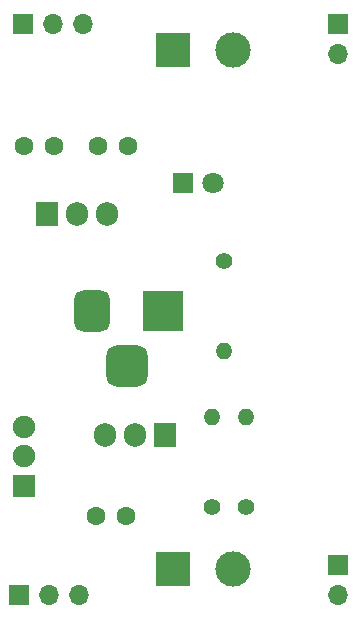
<source format=gbr>
%TF.GenerationSoftware,KiCad,Pcbnew,8.0.1-8.0.1-1~ubuntu22.04.1*%
%TF.CreationDate,2024-03-25T00:01:57-03:00*%
%TF.ProjectId,breadboard_power_supply,62726561-6462-46f6-9172-645f706f7765,rev?*%
%TF.SameCoordinates,Original*%
%TF.FileFunction,Soldermask,Top*%
%TF.FilePolarity,Negative*%
%FSLAX46Y46*%
G04 Gerber Fmt 4.6, Leading zero omitted, Abs format (unit mm)*
G04 Created by KiCad (PCBNEW 8.0.1-8.0.1-1~ubuntu22.04.1) date 2024-03-25 00:01:57*
%MOMM*%
%LPD*%
G01*
G04 APERTURE LIST*
G04 Aperture macros list*
%AMRoundRect*
0 Rectangle with rounded corners*
0 $1 Rounding radius*
0 $2 $3 $4 $5 $6 $7 $8 $9 X,Y pos of 4 corners*
0 Add a 4 corners polygon primitive as box body*
4,1,4,$2,$3,$4,$5,$6,$7,$8,$9,$2,$3,0*
0 Add four circle primitives for the rounded corners*
1,1,$1+$1,$2,$3*
1,1,$1+$1,$4,$5*
1,1,$1+$1,$6,$7*
1,1,$1+$1,$8,$9*
0 Add four rect primitives between the rounded corners*
20,1,$1+$1,$2,$3,$4,$5,0*
20,1,$1+$1,$4,$5,$6,$7,0*
20,1,$1+$1,$6,$7,$8,$9,0*
20,1,$1+$1,$8,$9,$2,$3,0*%
G04 Aperture macros list end*
%ADD10R,1.905000X2.000000*%
%ADD11O,1.905000X2.000000*%
%ADD12R,1.900000X1.900000*%
%ADD13C,1.900000*%
%ADD14R,3.000000X3.000000*%
%ADD15C,3.000000*%
%ADD16C,1.600000*%
%ADD17R,1.700000X1.700000*%
%ADD18O,1.700000X1.700000*%
%ADD19R,3.500000X3.500000*%
%ADD20RoundRect,0.750000X-0.750000X-1.000000X0.750000X-1.000000X0.750000X1.000000X-0.750000X1.000000X0*%
%ADD21RoundRect,0.875000X-0.875000X-0.875000X0.875000X-0.875000X0.875000X0.875000X-0.875000X0.875000X0*%
%ADD22C,1.400000*%
%ADD23O,1.400000X1.400000*%
%ADD24R,1.800000X1.800000*%
%ADD25C,1.800000*%
G04 APERTURE END LIST*
D10*
%TO.C,U3*%
X104648000Y-98348800D03*
D11*
X107188000Y-98348800D03*
X109728000Y-98348800D03*
%TD*%
D12*
%TO.C,S1*%
X102717600Y-121361200D03*
D13*
X102717600Y-118861200D03*
X102717600Y-116361200D03*
%TD*%
D14*
%TO.C,J5*%
X115316000Y-128416800D03*
D15*
X120396000Y-128416800D03*
%TD*%
D16*
%TO.C,C3*%
X111353600Y-123901200D03*
X108853600Y-123901200D03*
%TD*%
D17*
%TO.C,J4*%
X102681800Y-82291000D03*
D18*
X105221800Y-82291000D03*
X107761800Y-82291000D03*
%TD*%
D14*
%TO.C,J7*%
X115316000Y-84491000D03*
D15*
X120396000Y-84491000D03*
%TD*%
D17*
%TO.C,J1*%
X129286000Y-128066800D03*
D18*
X129286000Y-130606800D03*
%TD*%
D10*
%TO.C,U2*%
X114706400Y-117012600D03*
D11*
X112166400Y-117012600D03*
X109626400Y-117012600D03*
%TD*%
D16*
%TO.C,C2*%
X111506000Y-92608400D03*
X109006000Y-92608400D03*
%TD*%
D17*
%TO.C,J3*%
X102267600Y-130616800D03*
D18*
X104807600Y-130616800D03*
X107347600Y-130616800D03*
%TD*%
D19*
%TO.C,J6*%
X114467600Y-106535300D03*
D20*
X108467600Y-106535300D03*
D21*
X111467600Y-111235300D03*
%TD*%
D17*
%TO.C,J2*%
X129286000Y-82291000D03*
D18*
X129286000Y-84831000D03*
%TD*%
D22*
%TO.C,R3*%
X121513600Y-123190000D03*
D23*
X121513600Y-115570000D03*
%TD*%
D22*
%TO.C,R1*%
X119634000Y-102362000D03*
D23*
X119634000Y-109982000D03*
%TD*%
D24*
%TO.C,D1*%
X116230400Y-95758000D03*
D25*
X118770400Y-95758000D03*
%TD*%
D22*
%TO.C,R2*%
X118668800Y-123190000D03*
D23*
X118668800Y-115570000D03*
%TD*%
D16*
%TO.C,C1*%
X102768400Y-92608400D03*
X105268400Y-92608400D03*
%TD*%
M02*

</source>
